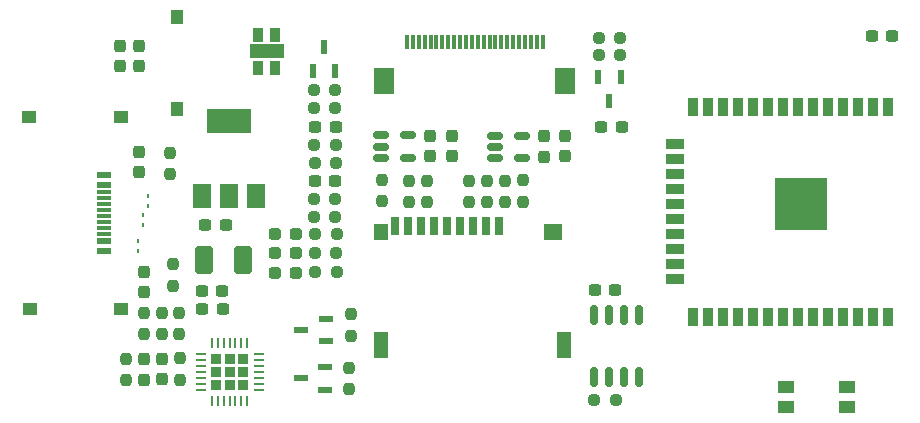
<source format=gtp>
%TF.GenerationSoftware,KiCad,Pcbnew,7.0.2*%
%TF.CreationDate,2024-01-21T15:04:15+01:00*%
%TF.ProjectId,ESP32CAM,45535033-3243-4414-9d2e-6b696361645f,rev?*%
%TF.SameCoordinates,Original*%
%TF.FileFunction,Paste,Top*%
%TF.FilePolarity,Positive*%
%FSLAX46Y46*%
G04 Gerber Fmt 4.6, Leading zero omitted, Abs format (unit mm)*
G04 Created by KiCad (PCBNEW 7.0.2) date 2024-01-21 15:04:15*
%MOMM*%
%LPD*%
G01*
G04 APERTURE LIST*
G04 Aperture macros list*
%AMRoundRect*
0 Rectangle with rounded corners*
0 $1 Rounding radius*
0 $2 $3 $4 $5 $6 $7 $8 $9 X,Y pos of 4 corners*
0 Add a 4 corners polygon primitive as box body*
4,1,4,$2,$3,$4,$5,$6,$7,$8,$9,$2,$3,0*
0 Add four circle primitives for the rounded corners*
1,1,$1+$1,$2,$3*
1,1,$1+$1,$4,$5*
1,1,$1+$1,$6,$7*
1,1,$1+$1,$8,$9*
0 Add four rect primitives between the rounded corners*
20,1,$1+$1,$2,$3,$4,$5,0*
20,1,$1+$1,$4,$5,$6,$7,0*
20,1,$1+$1,$6,$7,$8,$9,0*
20,1,$1+$1,$8,$9,$2,$3,0*%
G04 Aperture macros list end*
%ADD10R,1.150000X0.600000*%
%ADD11R,1.150000X0.300000*%
%ADD12RoundRect,0.237500X-0.237500X0.250000X-0.237500X-0.250000X0.237500X-0.250000X0.237500X0.250000X0*%
%ADD13RoundRect,0.237500X-0.237500X0.300000X-0.237500X-0.300000X0.237500X-0.300000X0.237500X0.300000X0*%
%ADD14RoundRect,0.237500X-0.287500X-0.237500X0.287500X-0.237500X0.287500X0.237500X-0.287500X0.237500X0*%
%ADD15R,0.600000X1.300000*%
%ADD16R,1.250000X1.000000*%
%ADD17RoundRect,0.237500X-0.250000X-0.237500X0.250000X-0.237500X0.250000X0.237500X-0.250000X0.237500X0*%
%ADD18R,1.450000X1.000000*%
%ADD19RoundRect,0.237500X0.250000X0.237500X-0.250000X0.237500X-0.250000X-0.237500X0.250000X-0.237500X0*%
%ADD20RoundRect,0.237500X0.237500X-0.250000X0.237500X0.250000X-0.237500X0.250000X-0.237500X-0.250000X0*%
%ADD21RoundRect,0.237500X0.300000X0.237500X-0.300000X0.237500X-0.300000X-0.237500X0.300000X-0.237500X0*%
%ADD22R,0.900000X1.200000*%
%ADD23RoundRect,0.237500X-0.300000X-0.237500X0.300000X-0.237500X0.300000X0.237500X-0.300000X0.237500X0*%
%ADD24RoundRect,0.237500X0.237500X-0.300000X0.237500X0.300000X-0.237500X0.300000X-0.237500X-0.300000X0*%
%ADD25R,1.000000X1.250000*%
%ADD26RoundRect,0.150000X-0.512500X-0.150000X0.512500X-0.150000X0.512500X0.150000X-0.512500X0.150000X0*%
%ADD27RoundRect,0.062500X0.062500X-0.117500X0.062500X0.117500X-0.062500X0.117500X-0.062500X-0.117500X0*%
%ADD28R,0.900000X1.500000*%
%ADD29R,1.500000X0.900000*%
%ADD30R,4.500000X4.500000*%
%ADD31RoundRect,0.250001X0.499999X0.924999X-0.499999X0.924999X-0.499999X-0.924999X0.499999X-0.924999X0*%
%ADD32RoundRect,0.062500X-0.062500X0.117500X-0.062500X-0.117500X0.062500X-0.117500X0.062500X0.117500X0*%
%ADD33R,1.500000X2.000000*%
%ADD34R,3.800000X2.000000*%
%ADD35R,1.300000X0.600000*%
%ADD36R,3.000000X1.300000*%
%ADD37R,0.700000X1.600000*%
%ADD38R,1.200000X2.200000*%
%ADD39R,1.600000X1.400000*%
%ADD40R,1.200000X1.400000*%
%ADD41RoundRect,0.225000X-0.225000X0.225000X-0.225000X-0.225000X0.225000X-0.225000X0.225000X0.225000X0*%
%ADD42RoundRect,0.062500X-0.062500X0.337500X-0.062500X-0.337500X0.062500X-0.337500X0.062500X0.337500X0*%
%ADD43RoundRect,0.062500X-0.337500X0.062500X-0.337500X-0.062500X0.337500X-0.062500X0.337500X0.062500X0*%
%ADD44RoundRect,0.150000X0.150000X-0.675000X0.150000X0.675000X-0.150000X0.675000X-0.150000X-0.675000X0*%
%ADD45R,0.300000X1.300000*%
%ADD46R,1.800000X2.200000*%
G04 APERTURE END LIST*
D10*
%TO.C,J1*%
X157605000Y-83300000D03*
X157605000Y-84100000D03*
D11*
X157605000Y-85250000D03*
X157605000Y-86250000D03*
X157605000Y-86750000D03*
X157605000Y-87750000D03*
D10*
X157605000Y-88900000D03*
X157605000Y-89700000D03*
X157605000Y-89700000D03*
X157605000Y-88900000D03*
D11*
X157605000Y-88250000D03*
X157605000Y-87250000D03*
X157605000Y-85750000D03*
X157605000Y-84750000D03*
D10*
X157605000Y-84100000D03*
X157605000Y-83300000D03*
%TD*%
D12*
%TO.C,R28*%
X183421800Y-83745700D03*
X183421800Y-85570700D03*
%TD*%
D13*
%TO.C,C5*%
X196662500Y-79934100D03*
X196662500Y-81659100D03*
%TD*%
D14*
%TO.C,D3*%
X172125000Y-89900000D03*
X173875000Y-89900000D03*
%TD*%
D12*
%TO.C,R23*%
X190017400Y-83771100D03*
X190017400Y-85596100D03*
%TD*%
D15*
%TO.C,Q1*%
X201350000Y-74950000D03*
X199450000Y-74950000D03*
X200400000Y-77050000D03*
%TD*%
D16*
%TO.C,S1*%
X151293600Y-78333600D03*
X159043600Y-78333600D03*
%TD*%
D17*
%TO.C,R6*%
X199512500Y-71650000D03*
X201337500Y-71650000D03*
%TD*%
D13*
%TO.C,C9*%
X187059100Y-79984900D03*
X187059100Y-81709900D03*
%TD*%
D18*
%TO.C,S7*%
X220542000Y-102920800D03*
X215392000Y-102920800D03*
X220542000Y-101220800D03*
X215392000Y-101220800D03*
%TD*%
D19*
%TO.C,R1*%
X177325000Y-88300000D03*
X175500000Y-88300000D03*
%TD*%
D13*
%TO.C,C21*%
X162500000Y-98862500D03*
X162500000Y-100587500D03*
%TD*%
D17*
%TO.C,R34*%
X175390000Y-85344000D03*
X177215000Y-85344000D03*
%TD*%
D20*
%TO.C,R2*%
X164025000Y-100637500D03*
X164025000Y-98812500D03*
%TD*%
D21*
%TO.C,C3*%
X167638900Y-93116400D03*
X165913900Y-93116400D03*
%TD*%
D17*
%TO.C,R31*%
X175440000Y-82265000D03*
X177265000Y-82265000D03*
%TD*%
D14*
%TO.C,D5*%
X172125000Y-91540000D03*
X173875000Y-91540000D03*
%TD*%
D22*
%TO.C,D7*%
X172125000Y-71390000D03*
X172125000Y-74190000D03*
X170675000Y-74190000D03*
X170675000Y-71390000D03*
%TD*%
D23*
%TO.C,C12*%
X199187500Y-92975000D03*
X200912500Y-92975000D03*
%TD*%
D24*
%TO.C,C6*%
X160553400Y-83031500D03*
X160553400Y-81306500D03*
%TD*%
D23*
%TO.C,C11*%
X199737500Y-79200000D03*
X201462500Y-79200000D03*
%TD*%
D25*
%TO.C,S3*%
X163800000Y-77675000D03*
X163800000Y-69925000D03*
%TD*%
D19*
%TO.C,R9*%
X177342500Y-91500000D03*
X175517500Y-91500000D03*
%TD*%
D21*
%TO.C,C8*%
X167932500Y-87470000D03*
X166207500Y-87470000D03*
%TD*%
D14*
%TO.C,D2*%
X172125000Y-88300000D03*
X173875000Y-88300000D03*
%TD*%
D16*
%TO.C,S2*%
X151325000Y-94589600D03*
X159075000Y-94589600D03*
%TD*%
D13*
%TO.C,C1*%
X161000000Y-91500000D03*
X161000000Y-93225000D03*
%TD*%
D20*
%TO.C,R3*%
X163195000Y-83208500D03*
X163195000Y-81383500D03*
%TD*%
%TO.C,R7*%
X193090000Y-85562500D03*
X193090000Y-83737500D03*
%TD*%
D26*
%TO.C,U2*%
X190734100Y-79949000D03*
X190734100Y-80899000D03*
X190734100Y-81849000D03*
X193009100Y-81849000D03*
X193009100Y-79949000D03*
%TD*%
D27*
%TO.C,D6*%
X161315400Y-85051000D03*
X161315400Y-85891000D03*
%TD*%
D12*
%TO.C,R12*%
X159475000Y-98837500D03*
X159475000Y-100662500D03*
%TD*%
D24*
%TO.C,C22*%
X160600000Y-74062500D03*
X160600000Y-72337500D03*
%TD*%
D13*
%TO.C,C4*%
X194862500Y-79987500D03*
X194862500Y-81712500D03*
%TD*%
D28*
%TO.C,IC1*%
X224010000Y-77500000D03*
X222740000Y-77500000D03*
X221470000Y-77500000D03*
X220200000Y-77500000D03*
X218930000Y-77500000D03*
X217660000Y-77500000D03*
X216390000Y-77500000D03*
X215120000Y-77500000D03*
X213850000Y-77500000D03*
X212580000Y-77500000D03*
X211310000Y-77500000D03*
X210040000Y-77500000D03*
X208770000Y-77500000D03*
X207500000Y-77500000D03*
D29*
X206000000Y-80690000D03*
X206000000Y-81960000D03*
X206000000Y-83230000D03*
X206000000Y-84500000D03*
X206000000Y-85770000D03*
X206000000Y-87040000D03*
X206000000Y-88310000D03*
X206000000Y-89580000D03*
X206000000Y-90850000D03*
X206000000Y-92120000D03*
D28*
X207500000Y-95300000D03*
X208770000Y-95300000D03*
X210040000Y-95300000D03*
X211310000Y-95300000D03*
X212580000Y-95300000D03*
X213850000Y-95300000D03*
X215120000Y-95300000D03*
X216390000Y-95300000D03*
X217660000Y-95300000D03*
X218930000Y-95300000D03*
X220200000Y-95300000D03*
X221470000Y-95300000D03*
X222740000Y-95300000D03*
X224010000Y-95300000D03*
D30*
X216670000Y-85720000D03*
X216670000Y-85720000D03*
%TD*%
D12*
%TO.C,R27*%
X184962800Y-83745700D03*
X184962800Y-85570700D03*
%TD*%
D24*
%TO.C,C18*%
X160975000Y-100600000D03*
X160975000Y-98875000D03*
%TD*%
D20*
%TO.C,R10*%
X164000000Y-96775000D03*
X164000000Y-94950000D03*
%TD*%
D15*
%TO.C,Q2*%
X175290400Y-74498200D03*
X177190400Y-74498200D03*
X176240400Y-72398200D03*
%TD*%
D12*
%TO.C,R26*%
X188493400Y-83771100D03*
X188493400Y-85596100D03*
%TD*%
D31*
%TO.C,C7*%
X169375000Y-90500000D03*
X166125000Y-90500000D03*
%TD*%
D12*
%TO.C,R4*%
X163500000Y-90837500D03*
X163500000Y-92662500D03*
%TD*%
D32*
%TO.C,D4*%
X160900000Y-87520000D03*
X160900000Y-86680000D03*
%TD*%
D12*
%TO.C,R29*%
X161000000Y-94950000D03*
X161000000Y-96775000D03*
%TD*%
D17*
%TO.C,R19*%
X175435000Y-80760000D03*
X177260000Y-80760000D03*
%TD*%
D20*
%TO.C,R30*%
X178400000Y-101437500D03*
X178400000Y-99612500D03*
%TD*%
D33*
%TO.C,U1*%
X165900000Y-85040000D03*
X168200000Y-85040000D03*
D34*
X168200000Y-78740000D03*
D33*
X170500000Y-85040000D03*
%TD*%
D35*
%TO.C,Q6*%
X176362500Y-101450000D03*
X176362500Y-99550000D03*
X174262500Y-100500000D03*
%TD*%
%TO.C,Q5*%
X176412500Y-97350000D03*
X176412500Y-95450000D03*
X174312500Y-96400000D03*
%TD*%
D23*
%TO.C,C17*%
X175490000Y-83790000D03*
X177215000Y-83790000D03*
%TD*%
D17*
%TO.C,R14*%
X175390000Y-76073000D03*
X177215000Y-76073000D03*
%TD*%
D32*
%TO.C,D1*%
X160500000Y-89730100D03*
X160500000Y-88890100D03*
%TD*%
D36*
%TO.C,REF\u002A\u002A*%
X171400000Y-72790000D03*
%TD*%
D17*
%TO.C,R36*%
X175390000Y-86868000D03*
X177215000Y-86868000D03*
%TD*%
D12*
%TO.C,R22*%
X191541400Y-83745700D03*
X191541400Y-85570700D03*
%TD*%
%TO.C,R8*%
X162500000Y-94945000D03*
X162500000Y-96770000D03*
%TD*%
D26*
%TO.C,U3*%
X181112500Y-79925000D03*
X181112500Y-80875000D03*
X181112500Y-81825000D03*
X183387500Y-81825000D03*
X183387500Y-79925000D03*
%TD*%
D13*
%TO.C,C10*%
X185230300Y-79984900D03*
X185230300Y-81709900D03*
%TD*%
%TO.C,C19*%
X159000000Y-72337500D03*
X159000000Y-74062500D03*
%TD*%
D19*
%TO.C,R11*%
X201318500Y-73152000D03*
X199493500Y-73152000D03*
%TD*%
D37*
%TO.C,J7*%
X191050000Y-87612500D03*
X189950000Y-87612500D03*
X188850000Y-87612500D03*
X187750000Y-87612500D03*
X186650000Y-87612500D03*
X185550000Y-87612500D03*
X184450000Y-87612500D03*
X183350000Y-87612500D03*
X182250000Y-87612500D03*
D38*
X196550000Y-97712500D03*
D39*
X195650000Y-88112500D03*
D38*
X181050000Y-97712500D03*
D40*
X181050000Y-88112500D03*
%TD*%
D21*
%TO.C,C2*%
X167664300Y-94640400D03*
X165939300Y-94640400D03*
%TD*%
D41*
%TO.C,U4*%
X169370000Y-98830000D03*
X168250000Y-98830000D03*
X167130000Y-98830000D03*
X169370000Y-99950000D03*
X168250000Y-99950000D03*
X167130000Y-99950000D03*
X169370000Y-101070000D03*
X168250000Y-101070000D03*
X167130000Y-101070000D03*
D42*
X169750000Y-97500000D03*
X169250000Y-97500000D03*
X168750000Y-97500000D03*
X168250000Y-97500000D03*
X167750000Y-97500000D03*
X167250000Y-97500000D03*
X166750000Y-97500000D03*
D43*
X165800000Y-98450000D03*
X165800000Y-98950000D03*
X165800000Y-99450000D03*
X165800000Y-99950000D03*
X165800000Y-100450000D03*
X165800000Y-100950000D03*
X165800000Y-101450000D03*
D42*
X166750000Y-102400000D03*
X167250000Y-102400000D03*
X167750000Y-102400000D03*
X168250000Y-102400000D03*
X168750000Y-102400000D03*
X169250000Y-102400000D03*
X169750000Y-102400000D03*
D43*
X170700000Y-101450000D03*
X170700000Y-100950000D03*
X170700000Y-100450000D03*
X170700000Y-99950000D03*
X170700000Y-99450000D03*
X170700000Y-98950000D03*
X170700000Y-98450000D03*
%TD*%
D44*
%TO.C,U5*%
X199130000Y-100350000D03*
X200400000Y-100350000D03*
X201670000Y-100350000D03*
X202940000Y-100350000D03*
X202940000Y-95100000D03*
X201670000Y-95100000D03*
X200400000Y-95100000D03*
X199130000Y-95100000D03*
%TD*%
D21*
%TO.C,C16*%
X177220000Y-79240000D03*
X175495000Y-79240000D03*
%TD*%
D17*
%TO.C,R15*%
X175390000Y-77597000D03*
X177215000Y-77597000D03*
%TD*%
D19*
%TO.C,R16*%
X200962900Y-102311200D03*
X199137900Y-102311200D03*
%TD*%
%TO.C,R5*%
X177275000Y-89900000D03*
X175450000Y-89900000D03*
%TD*%
D45*
%TO.C,J4*%
X183262500Y-72050000D03*
X183762500Y-72050000D03*
X184262500Y-72050000D03*
X184762500Y-72050000D03*
X185262500Y-72050000D03*
X185762500Y-72050000D03*
X186262500Y-72050000D03*
X186762500Y-72050000D03*
X187262500Y-72050000D03*
X187762500Y-72050000D03*
X188262500Y-72050000D03*
X188762500Y-72050000D03*
X189262500Y-72050000D03*
X189762500Y-72050000D03*
X190262500Y-72050000D03*
X190762500Y-72050000D03*
X191262500Y-72050000D03*
X191762500Y-72050000D03*
X192262500Y-72050000D03*
X192762500Y-72050000D03*
X193262500Y-72050000D03*
X193762500Y-72050000D03*
X194262500Y-72050000D03*
X194762500Y-72050000D03*
D46*
X196662500Y-75300000D03*
X181362500Y-75300000D03*
%TD*%
D12*
%TO.C,R37*%
X178500000Y-95087500D03*
X178500000Y-96912500D03*
%TD*%
D20*
%TO.C,R13*%
X181150000Y-85500000D03*
X181150000Y-83675000D03*
%TD*%
D23*
%TO.C,C14*%
X222637500Y-71500000D03*
X224362500Y-71500000D03*
%TD*%
M02*

</source>
